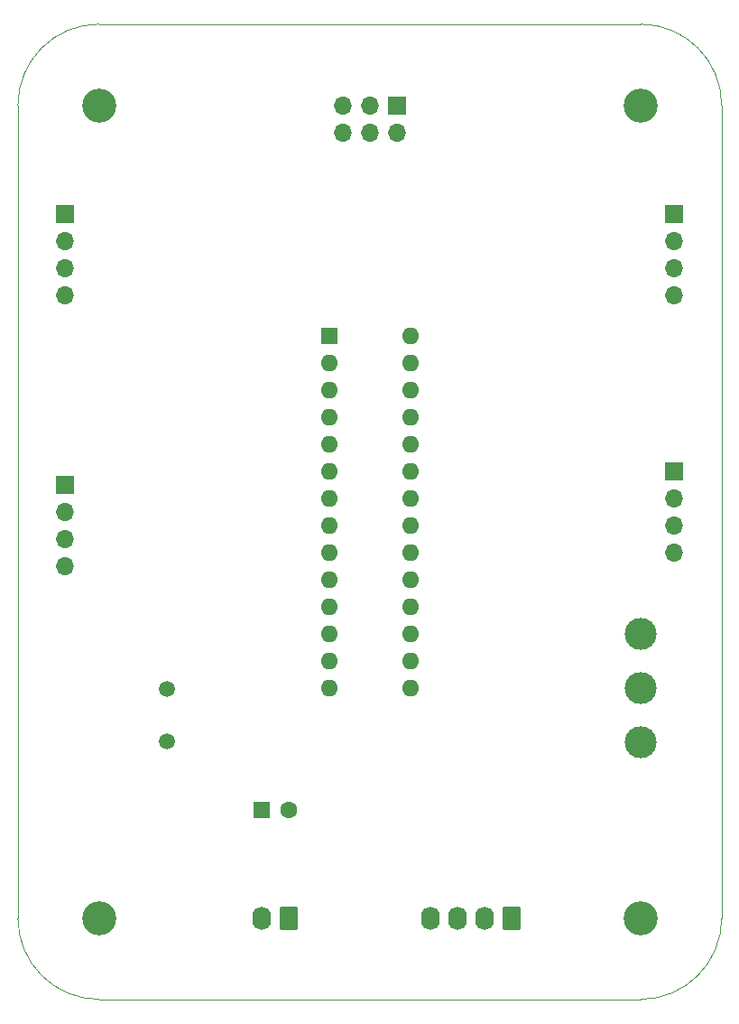
<source format=gbr>
%TF.GenerationSoftware,KiCad,Pcbnew,8.0.2*%
%TF.CreationDate,2024-05-09T13:50:34-05:00*%
%TF.ProjectId,multifan-i2c-controller,6d756c74-6966-4616-9e2d-6932632d636f,A*%
%TF.SameCoordinates,Original*%
%TF.FileFunction,Soldermask,Bot*%
%TF.FilePolarity,Negative*%
%FSLAX46Y46*%
G04 Gerber Fmt 4.6, Leading zero omitted, Abs format (unit mm)*
G04 Created by KiCad (PCBNEW 8.0.2) date 2024-05-09 13:50:34*
%MOMM*%
%LPD*%
G01*
G04 APERTURE LIST*
G04 Aperture macros list*
%AMRoundRect*
0 Rectangle with rounded corners*
0 $1 Rounding radius*
0 $2 $3 $4 $5 $6 $7 $8 $9 X,Y pos of 4 corners*
0 Add a 4 corners polygon primitive as box body*
4,1,4,$2,$3,$4,$5,$6,$7,$8,$9,$2,$3,0*
0 Add four circle primitives for the rounded corners*
1,1,$1+$1,$2,$3*
1,1,$1+$1,$4,$5*
1,1,$1+$1,$6,$7*
1,1,$1+$1,$8,$9*
0 Add four rect primitives between the rounded corners*
20,1,$1+$1,$2,$3,$4,$5,0*
20,1,$1+$1,$4,$5,$6,$7,0*
20,1,$1+$1,$6,$7,$8,$9,0*
20,1,$1+$1,$8,$9,$2,$3,0*%
G04 Aperture macros list end*
%ADD10C,3.200000*%
%ADD11R,1.700000X1.700000*%
%ADD12O,1.700000X1.700000*%
%ADD13C,3.000000*%
%ADD14C,1.500000*%
%ADD15O,1.600000X1.600000*%
%ADD16R,1.600000X1.600000*%
%ADD17RoundRect,0.250000X0.620000X0.845000X-0.620000X0.845000X-0.620000X-0.845000X0.620000X-0.845000X0*%
%ADD18O,1.740000X2.190000*%
%ADD19C,1.600000*%
%TA.AperFunction,Profile*%
%ADD20C,0.050000*%
%TD*%
G04 APERTURE END LIST*
D10*
%TO.C,REF\u002A\u002A*%
X76200000Y-127000000D03*
%TD*%
%TO.C,REF\u002A\u002A*%
X127000000Y-127000000D03*
%TD*%
%TO.C,REF\u002A\u002A*%
X76200000Y-50800000D03*
%TD*%
%TO.C,REF\u002A\u002A*%
X127000000Y-50800000D03*
%TD*%
D11*
%TO.C,M1*%
X73025000Y-60960000D03*
D12*
X73025000Y-63500000D03*
X73025000Y-66040000D03*
X73025000Y-68580000D03*
%TD*%
D11*
%TO.C,M4*%
X130175000Y-60960000D03*
D12*
X130175000Y-63500000D03*
X130175000Y-66040000D03*
X130175000Y-68580000D03*
%TD*%
D13*
%TO.C,TP3*%
X127000000Y-110490000D03*
%TD*%
D11*
%TO.C,M3*%
X130175000Y-85090000D03*
D12*
X130175000Y-87630000D03*
X130175000Y-90170000D03*
X130175000Y-92710000D03*
%TD*%
D14*
%TO.C,Y1*%
X82550000Y-110400000D03*
X82550000Y-105520000D03*
%TD*%
D11*
%TO.C,J4*%
X104140000Y-50800000D03*
D12*
X104140000Y-53340000D03*
X101600000Y-50800000D03*
X101600000Y-53340000D03*
X99060000Y-50800000D03*
X99060000Y-53340000D03*
%TD*%
D13*
%TO.C,TP1*%
X127000000Y-100390000D03*
%TD*%
D15*
%TO.C,U1*%
X105420000Y-72400000D03*
X105420000Y-74940000D03*
X105420000Y-77480000D03*
X105420000Y-80020000D03*
X105420000Y-82560000D03*
X105420000Y-85100000D03*
X105420000Y-87640000D03*
X105420000Y-90180000D03*
X105420000Y-92720000D03*
X105420000Y-95260000D03*
X105420000Y-97800000D03*
X105420000Y-100340000D03*
X105420000Y-102880000D03*
X105420000Y-105420000D03*
X97800000Y-105420000D03*
X97800000Y-102880000D03*
X97800000Y-100340000D03*
X97800000Y-97800000D03*
X97800000Y-95260000D03*
X97800000Y-92720000D03*
X97800000Y-90180000D03*
X97800000Y-87640000D03*
X97800000Y-85100000D03*
X97800000Y-82560000D03*
X97800000Y-80020000D03*
X97800000Y-77480000D03*
X97800000Y-74940000D03*
D16*
X97800000Y-72400000D03*
%TD*%
D13*
%TO.C,TP2*%
X127000000Y-105440000D03*
%TD*%
D17*
%TO.C,J2*%
X93980000Y-127000000D03*
D18*
X91440000Y-127000000D03*
%TD*%
D16*
%TO.C,C4*%
X91480000Y-116840000D03*
D19*
X93980000Y-116840000D03*
%TD*%
D17*
%TO.C,J1*%
X114935000Y-127000000D03*
D18*
X112395000Y-127000000D03*
X109855000Y-127000000D03*
X107315000Y-127000000D03*
%TD*%
D11*
%TO.C,M2*%
X73025000Y-86360000D03*
D12*
X73025000Y-88900000D03*
X73025000Y-91440000D03*
X73025000Y-93980000D03*
%TD*%
D20*
X76200000Y-134620000D02*
X127000000Y-134620000D01*
X127000000Y-43180000D02*
X76200000Y-43180000D01*
X68580000Y-50800000D02*
X68580000Y-127000000D01*
X134620000Y-127000000D02*
X134620000Y-50800000D01*
X76200000Y-134620000D02*
G75*
G02*
X68580000Y-127000000I0J7620000D01*
G01*
X127000000Y-43180000D02*
G75*
G02*
X134620000Y-50800000I0J-7620000D01*
G01*
X68580000Y-50800000D02*
G75*
G02*
X76200000Y-43180000I7620000J0D01*
G01*
X134620000Y-127000000D02*
G75*
G02*
X127000000Y-134620000I-7620000J0D01*
G01*
M02*

</source>
